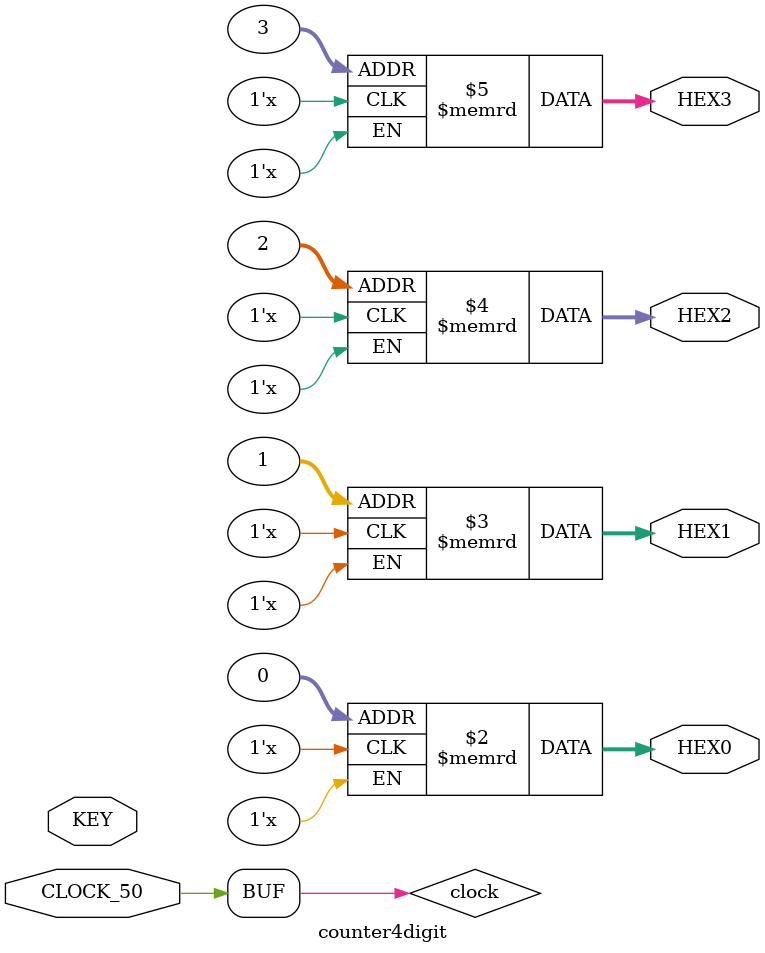
<source format=sv>
`timescale 1ns / 1ps
`default_nettype none

module counter4digit
	(
		////////////////////	Clock Input	 	/////////////////////////////////////// 
		input 	wire 			CLOCK_50,			//	50 MHz
		////////////////////	 Push Button   ///////////////////////////////////////
		input	 	wire [3:0]	KEY,					//	Pushbutton[3:0]
		////////////////////	7-SEG Display  ///////////////////////////////////////
		output 	wire [6:0]  HEX0, 				// Display de 7-segmentos (HEX0)
      output 	wire [6:0]  HEX1, 				// Display de 7-segmentos (HEX1)
      output 	wire [6:0]  HEX2, 				// Display de 7-segmentos (HEX2)
      output 	wire [6:0]  HEX3 				   // Display de 7-segmentos (HEX3)
	);

   //--------------------------------------------------------------------------
	//	Parâmetros internos
   //--------------------------------------------------------------------------
   localparam NDIG = 4;

   //--------------------------------------------------------------------------
	//	Sinais internos
   //--------------------------------------------------------------------------
	logic [6:0]  segments [0:NDIG-1];
	logic reset;
	logic clock;

	//--------------------------------------------------------------------------
	//	Atribuições de entrada
   //--------------------------------------------------------------------------
	assign reset = ~KEY[0];
	assign clock = CLOCK_50;

	//--------------------------------------------------------------------------
	//	Instanciação de módulos
	//--------------------------------------------------------------------------	
   
   //--------------------------------------------------------------------------

   //--------------------------------------------------------------------------
	//	Atribuições de saída
   //--------------------------------------------------------------------------
	assign HEX0 = segments[0];
   assign HEX1 = segments[1];
   assign HEX2 = segments[2];
   assign HEX3 = segments[3];	

endmodule

</source>
